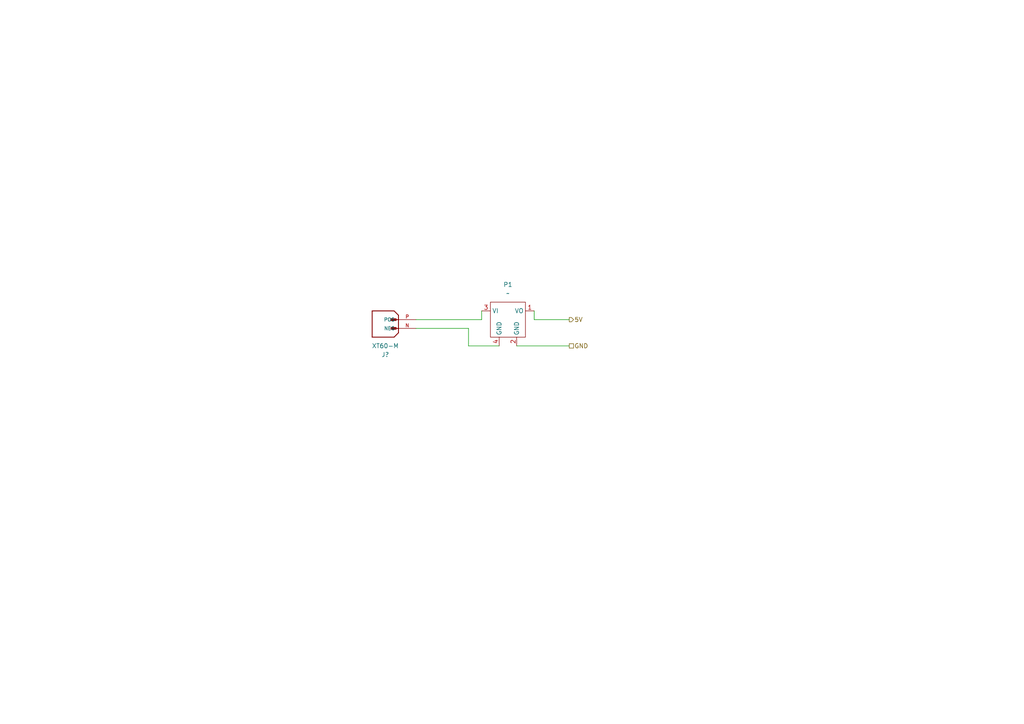
<source format=kicad_sch>
(kicad_sch (version 20250114) (generator "eeschema") (generator_version "9.0")
  (paper "A4")
  (lib_symbols
    (symbol "Additional_Components:LM2596_Module"
      (property "Reference" "P" (at -0.508 2.032 0))
      (symbol "LM2596_Module_0_1"
        (rectangle (start -5.08 5.08) (end 5.08 -5.08))
      )
      (symbol "LM2596_Module_1_1"
        (pin input line (at -7.62 2.54 0) (length 2.54) (name "VI") (number "3"))
        (pin passive line (at -2.54 -7.62 90) (length 2.54) (name "GND") (number "4"))
        (pin passive line (at 2.54 -7.62 90) (length 2.54) (name "GND") (number "2"))
        (pin output line (at 7.62 2.54 180) (length 2.54) (name "VO") (number "1"))
      )
    )
    (symbol "Additional_Components:XT60-M" (pin_names (offset 1.016))
      (property "Reference" "J" (at 0 6.35 0))
      (property "Value" "XT60-M" (at 0 -5.08 0))
      (symbol "XT60-M_0_0"
        (polyline (pts (xy 0 3.81) (xy 0 2.54)) (stroke (width 0.254)))
        (polyline (pts (xy 0 3.81) (xy 1.27 5.08)) (stroke (width 0.254)))
        (polyline (pts (xy 0 2.54) (xy 0 -1.27)) (stroke (width 0.254)))
        (polyline (pts (xy 0 2.54) (xy 1.905 2.54)) (stroke (width 0.254)))
        (polyline (pts (xy 0 0) (xy 1.905 0)) (stroke (width 0.254)))
        (polyline (pts (xy 0 -1.27) (xy 1.27 -2.54)) (stroke (width 0.254)))
        (rectangle (start 0.635 2.2225) (end 2.2225 2.8575) (stroke (width 0.1)) (fill (type outline)))
        (rectangle (start 0.635 -0.3175) (end 2.2225 0.3175) (stroke (width 0.1)) (fill (type outline)))
        (polyline (pts (xy 1.27 -2.54) (xy 7.62 -2.54)) (stroke (width 0.254)))
        (polyline (pts (xy 7.62 5.08) (xy 1.27 5.08)) (stroke (width 0.254)))
        (polyline (pts (xy 7.62 -2.54) (xy 7.62 5.08)) (stroke (width 0.254)))
        (pin passive line (at -5.08 2.54 0) (length 5.08) (name "POS") (number "P"))
        (pin passive line (at -5.08 0 0) (length 5.08) (name "NEG") (number "N"))
      )
    )
  )
  (wire (pts (xy 139.7 90.17) (xy 139.7 92.71)))
  (wire (pts (xy 135.89 100.33) (xy 144.78 100.33)))
  (wire (pts (xy 149.86 100.33) (xy 165.1 100.33)))
  (wire (pts (xy 120.65 92.71) (xy 139.7 92.71)))
  (wire (pts (xy 135.89 95.25) (xy 135.89 100.33)))
  (wire (pts (xy 154.94 90.17) (xy 154.94 92.71)))
  (wire (pts (xy 154.94 92.71) (xy 165.1 92.71)))
  (wire (pts (xy 120.65 95.25) (xy 135.89 95.25)))
  (hierarchical_label "5V" (shape output) (at 165.1 92.71 0))
  (hierarchical_label "GND" (shape passive) (at 165.1 100.33 0))
  (symbol (lib_id "Additional_Components:LM2596_Module") (at 147.32 92.71 0) (unit 1)
    (property "Reference" "P1" (at 147.32 82.55 0))
    (property "Value" "~" (at 147.32 85.09 0))
    (property "Footprint" "Additional_Components:LM2596 Module" (effects (hide yes)))
  )
  (symbol (lib_id "Additional_Components:XT60-M") (at 115.57 95.25 0) (mirror y) (unit 1)
    (property "Reference" "J?" (at 111.76 102.87 0))
    (property "Value" "XT60-M" (at 111.76 100.33 0))
    (property "Footprint" "Additional_Components:AMASS_XT60-M" (effects (hide yes)))
    (property "MF" "AMASS" (effects (hide yes)))
    (property "MAXIMUM_PACKAGE_HEIGHT" "16.00 mm" (effects (hide yes)))
    (property "Package" "Package" (effects (hide yes)))
    (property "Price" "None" (effects (hide yes)))
    (property "Check_prices" "https://www.snapeda.com/parts/XT60-M/AMASS/view-part/?ref=eda" (effects (hide yes)))
    (property "STANDARD" "IPC 7351B" (effects (hide yes)))
    (property "PARTREV" "V1.2" (effects (hide yes)))
    (property "SnapEDA_Link" "https://www.snapeda.com/parts/XT60-M/AMASS/view-part/?ref=snap" (effects (hide yes)))
    (property "MP" "XT60-M" (effects (hide yes)))
    (property "Description_1" "Plug; DC supply; XT60; male; PIN: 2; for cable; soldered; 30A; 500V" (effects (hide yes)))
    (property "Availability" "In Stock" (effects (hide yes)))
    (property "MANUFACTURER" "AMASS" (effects (hide yes)))
  )
)
</source>
